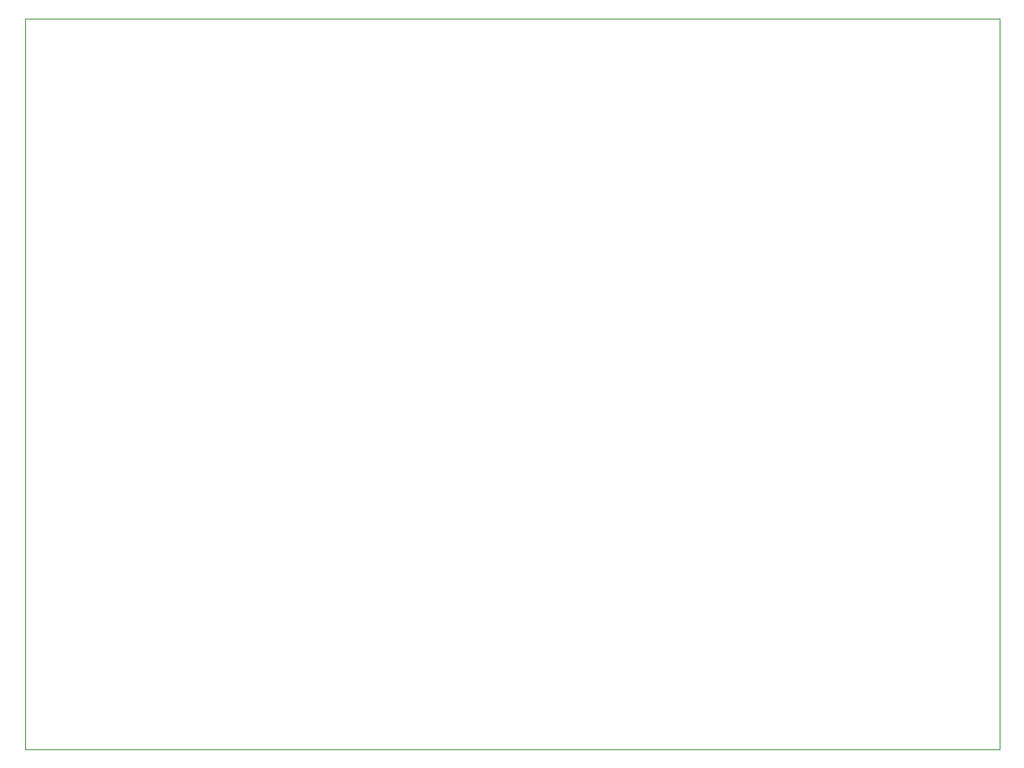
<source format=gbr>
%TF.GenerationSoftware,KiCad,Pcbnew,(6.0.1)*%
%TF.CreationDate,2022-03-16T16:12:45-04:00*%
%TF.ProjectId,2_679_PCB,325f3637-395f-4504-9342-2e6b69636164,rev?*%
%TF.SameCoordinates,Original*%
%TF.FileFunction,Profile,NP*%
%FSLAX46Y46*%
G04 Gerber Fmt 4.6, Leading zero omitted, Abs format (unit mm)*
G04 Created by KiCad (PCBNEW (6.0.1)) date 2022-03-16 16:12:45*
%MOMM*%
%LPD*%
G01*
G04 APERTURE LIST*
%TA.AperFunction,Profile*%
%ADD10C,0.100000*%
%TD*%
G04 APERTURE END LIST*
D10*
X101701600Y-76200000D02*
X203301600Y-76200000D01*
X203301600Y-76200000D02*
X203301600Y-152400000D01*
X203301600Y-152400000D02*
X101701600Y-152400000D01*
X101701600Y-152400000D02*
X101701600Y-76200000D01*
M02*

</source>
